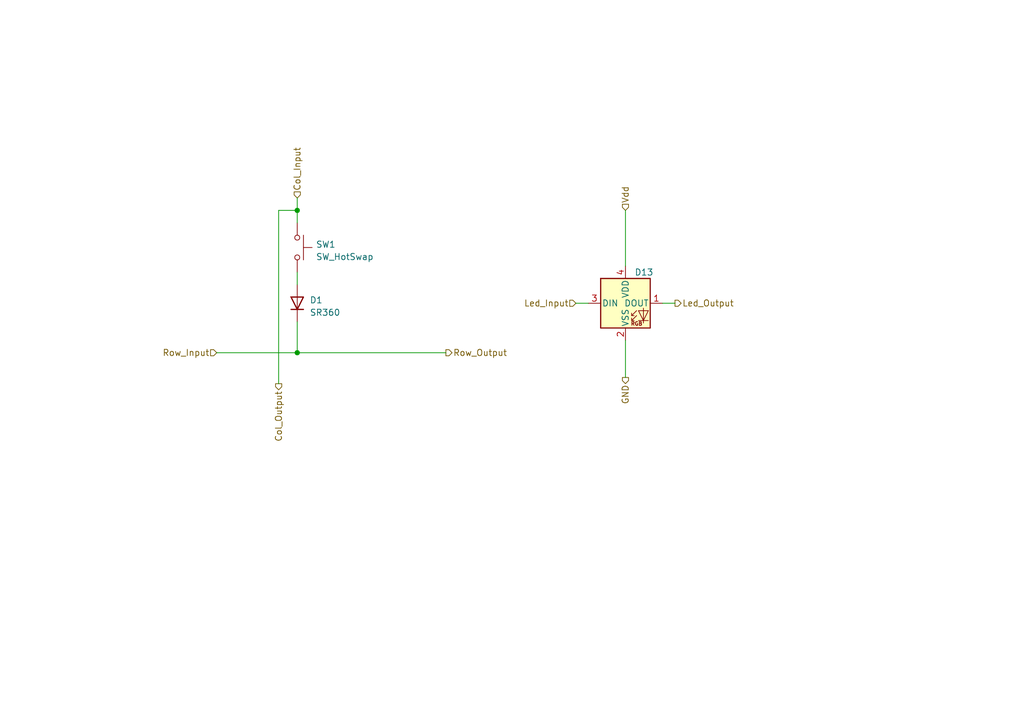
<source format=kicad_sch>
(kicad_sch (version 20230121) (generator eeschema)
  (paper "A5")
  (title_block (title "Key Schematic") (date "2023-05-13") (rev "1"))
  (lib_symbols
    (symbol "Device:D" (pin_numbers hide) (pin_names (offset 1.016) hide)
      (property "Reference" "D" (at 0 2.54 0))
      (property "Value" "D" (at 0 -2.54 0))
      (symbol "D_0_1"
        (polyline (pts (xy -1.27 1.27) (xy -1.27 -1.27)) (stroke (width 0.254)))
        (polyline (pts (xy 1.27 0) (xy -1.27 0)))
        (polyline (pts (xy 1.27 1.27) (xy 1.27 -1.27) (xy -1.27 0) (xy 1.27 1.27)) (stroke (width 0.254)))
      )
      (symbol "D_1_1"
        (pin passive line (at -3.81 0 0) (length 2.54) (name "K") (number "1"))
        (pin passive line (at 3.81 0 180) (length 2.54) (name "A") (number "2"))
      )
    )
    (symbol "LED:SK6812MINI" (pin_names (offset 0.254))
      (property "Reference" "D" (at 5.08 5.715 0))
      (property "Value" "SK6812MINI" (at 1.27 -5.715 0))
      (symbol "SK6812MINI_0_0"
        (text "RGB" (at 2.286 -4.191 0) (effects (font (size 0.762 0.762))))
      )
      (symbol "SK6812MINI_0_1"
        (polyline (pts (xy 1.27 -3.556) (xy 1.778 -3.556)))
        (polyline (pts (xy 1.27 -2.54) (xy 1.778 -2.54)))
        (polyline (pts (xy 4.699 -3.556) (xy 2.667 -3.556)))
        (polyline (pts (xy 2.286 -2.54) (xy 1.27 -3.556) (xy 1.27 -3.048)))
        (polyline (pts (xy 2.286 -1.524) (xy 1.27 -2.54) (xy 1.27 -2.032)))
        (polyline (pts (xy 3.683 -1.016) (xy 3.683 -3.556) (xy 3.683 -4.064)))
        (polyline (pts (xy 4.699 -1.524) (xy 2.667 -1.524) (xy 3.683 -3.556) (xy 4.699 -1.524)))
        (rectangle (start 5.08 5.08) (end -5.08 -5.08) (stroke (width 0.254)) (fill (type background)))
      )
      (symbol "SK6812MINI_1_1"
        (pin output line (at 7.62 0 180) (length 2.54) (name "DOUT") (number "1"))
        (pin power_in line (at 0 -7.62 90) (length 2.54) (name "VSS") (number "2"))
        (pin input line (at -7.62 0 0) (length 2.54) (name "DIN") (number "3"))
        (pin power_in line (at 0 7.62 270) (length 2.54) (name "VDD") (number "4"))
      )
    )
    (symbol "Switch:SW_Push" (pin_numbers hide) (pin_names (offset 1.016) hide)
      (property "Reference" "SW" (at 1.27 2.54 0))
      (property "Value" "SW_Push" (at 0 -1.524 0))
      (symbol "SW_Push_0_1"
        (circle (center -2.032 0) (radius 0.508))
        (polyline (pts (xy 0 1.27) (xy 0 3.048)))
        (polyline (pts (xy 2.54 1.27) (xy -2.54 1.27)))
        (circle (center 2.032 0) (radius 0.508))
        (pin passive line (at -5.08 0 0) (length 2.54) (name "1") (number "1"))
        (pin passive line (at 5.08 0 180) (length 2.54) (name "2") (number "2"))
      )
    )
  )
  (junction (at 60.96 43.18))
  (junction (at 60.96 72.39))
  (wire (pts (xy 118.11 62.23) (xy 120.65 62.23)))
  (wire (pts (xy 128.27 69.85) (xy 128.27 77.47)))
  (wire (pts (xy 57.15 78.74) (xy 57.15 43.18)))
  (wire (pts (xy 135.89 62.23) (xy 138.43 62.23)))
  (wire (pts (xy 44.45 72.39) (xy 60.96 72.39)))
  (wire (pts (xy 128.27 43.18) (xy 128.27 54.61)))
  (wire (pts (xy 60.96 43.18) (xy 60.96 45.72)))
  (wire (pts (xy 60.96 40.64) (xy 60.96 43.18)))
  (wire (pts (xy 60.96 55.88) (xy 60.96 58.42)))
  (wire (pts (xy 57.15 43.18) (xy 60.96 43.18)))
  (wire (pts (xy 60.96 72.39) (xy 60.96 66.04)))
  (wire (pts (xy 60.96 72.39) (xy 91.44 72.39)))
  (hierarchical_label "Led_Input" (shape input) (at 118.11 62.23 180))
  (hierarchical_label "Vdd" (shape input) (at 128.27 43.18 90))
  (hierarchical_label "Row_Output" (shape output) (at 91.44 72.39 0))
  (hierarchical_label "Col_Input" (shape input) (at 60.96 40.64 90))
  (hierarchical_label "Row_Input" (shape input) (at 44.45 72.39 180))
  (hierarchical_label "GND" (shape output) (at 128.27 77.47 270))
  (hierarchical_label "Col_Output" (shape output) (at 57.15 78.74 270))
  (hierarchical_label "Led_Output" (shape output) (at 138.43 62.23 0))
  (symbol (lib_id "Device:D") (at 60.96 62.23 90) (unit 1)
    (property "Reference" "D1" (at 63.5 61.595 90) (effects (justify right)))
    (property "Value" "SR360" (at 63.5 64.135 90) (effects (justify right)))
    (property "Footprint" "Diode_SMD:D_SMA" (effects hide))
    (property "Sim.Device" "D" (effects hide))
    (property "Sim.Pins" "1=K 2=A" (effects hide))
  )
  (symbol (lib_id "Switch:SW_Push") (at 60.96 50.8 270) (unit 1)
    (property "Reference" "SW1" (at 64.77 50.165 90) (effects (justify left)))
    (property "Value" "SW_HotSwap" (at 64.77 52.705 90) (effects (justify left)))
    (property "Footprint" "HotSwapp_1U:Hotswap_1U" (effects hide))
  )
  (symbol (lib_id "LED:SK6812MINI") (at 128.27 62.23 0) (unit 1)
    (property "Reference" "D13" (at 132.08 55.88 0))
    (property "Value" "SK6812MINI" (effects hide))
    (property "Footprint" "LED_SMD:LED_SK6812MINI_PLCC4_3.5x3.5mm_P1.75mm" (effects hide))
    (property "Datasheet" "https://cdn-shop.adafruit.com/product-files/2686/SK6812MINI_REV.01-1-2.pdf" (effects hide))
    (instances (project "PCB" (path "" (reference "D13") (unit 1)) (path "" (reference "D2") (unit 1))))
  )
)
</source>
